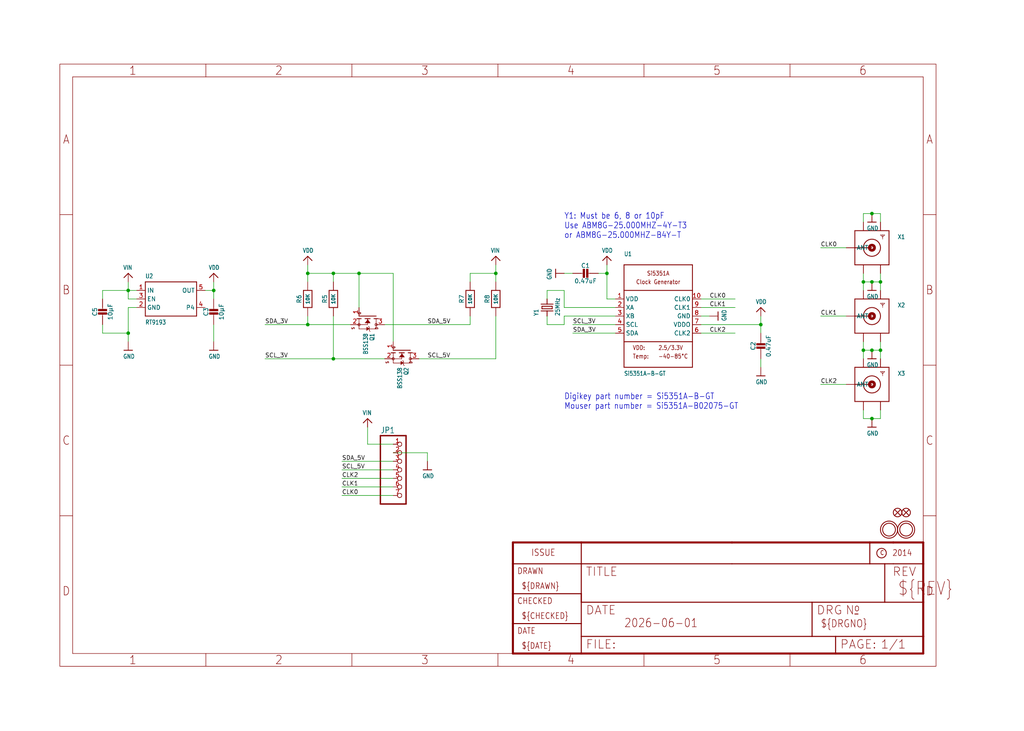
<source format=kicad_sch>
(kicad_sch (version 20230121) (generator eeschema)
  (paper "User" 304.267 217.322)
  (lib_symbols
    (symbol "working-eagle-import:CAP_CERAMIC0805-NOOUTLINE"
      (property "Reference" "C" (at -2.29 1.25 90))
      (symbol "CAP_CERAMIC0805-NOOUTLINE_1_0"
        (rectangle (start -1.27 0.508) (end 1.27 1.016) (fill (type outline)))
        (rectangle (start -1.27 1.524) (end 1.27 2.032) (fill (type outline)))
        (polyline (pts (xy 0 0.762) (xy 0 0)) (stroke (width 0.1524)))
        (polyline (pts (xy 0 2.54) (xy 0 1.778)) (stroke (width 0.1524)))
        (pin passive line (at 0 5.08 270) (length 2.54) (name "1") (number "1"))
        (pin passive line (at 0 -2.54 90) (length 2.54) (name "2") (number "2"))
      )
    )
    (symbol "working-eagle-import:CRYSTAL3.2X2.5"
      (property "Reference" "Y" (at -2.54 2.54 0))
      (symbol "CRYSTAL3.2X2.5_1_0"
        (polyline (pts (xy -2.54 0) (xy -1.016 0)) (stroke (width 0.254)))
        (polyline (pts (xy -1.016 0) (xy -1.016 -1.778)) (stroke (width 0.254)))
        (polyline (pts (xy -1.016 1.778) (xy -1.016 0)) (stroke (width 0.254)))
        (polyline (pts (xy -0.381 -1.524) (xy 0.381 -1.524)) (stroke (width 0.254)))
        (polyline (pts (xy -0.381 1.524) (xy -0.381 -1.524)) (stroke (width 0.254)))
        (polyline (pts (xy 0.381 -1.524) (xy 0.381 1.524)) (stroke (width 0.254)))
        (polyline (pts (xy 0.381 1.524) (xy -0.381 1.524)) (stroke (width 0.254)))
        (polyline (pts (xy 1.016 0) (xy 1.016 -1.778)) (stroke (width 0.254)))
        (polyline (pts (xy 1.016 1.778) (xy 1.016 0)) (stroke (width 0.254)))
        (polyline (pts (xy 2.54 0) (xy 1.016 0)) (stroke (width 0.254)))
        (pin passive line (at -2.54 0 0) (length 0) (name "1") (number "1"))
        (pin passive line (at 2.54 0 180) (length 0) (name "2") (number "2"))
      )
    )
    (symbol "working-eagle-import:FIDUCIAL{dblquote}{dblquote}"
      (symbol "FIDUCIAL{dblquote}{dblquote}_1_0"
        (polyline (pts (xy -0.762 0.762) (xy 0.762 -0.762)) (stroke (width 0.254)))
        (polyline (pts (xy 0.762 0.762) (xy -0.762 -0.762)) (stroke (width 0.254)))
        (circle (center 0 0) (radius 1.27) (stroke (width 0.254)))
      )
    )
    (symbol "working-eagle-import:FRAME_A4"
      (symbol "FRAME_A4_1_0"
        (polyline (pts (xy 0 44.7675) (xy 3.81 44.7675)))
        (polyline (pts (xy 0 89.535) (xy 3.81 89.535)))
        (polyline (pts (xy 0 134.3025) (xy 3.81 134.3025)))
        (polyline (pts (xy 3.81 3.81) (xy 3.81 175.26)))
        (polyline (pts (xy 43.3917 0) (xy 43.3917 3.81)))
        (polyline (pts (xy 43.3917 175.26) (xy 43.3917 179.07)))
        (polyline (pts (xy 86.7833 0) (xy 86.7833 3.81)))
        (polyline (pts (xy 86.7833 175.26) (xy 86.7833 179.07)))
        (polyline (pts (xy 130.175 0) (xy 130.175 3.81)))
        (polyline (pts (xy 130.175 175.26) (xy 130.175 179.07)))
        (polyline (pts (xy 173.5667 0) (xy 173.5667 3.81)))
        (polyline (pts (xy 173.5667 175.26) (xy 173.5667 179.07)))
        (polyline (pts (xy 216.9583 0) (xy 216.9583 3.81)))
        (polyline (pts (xy 216.9583 175.26) (xy 216.9583 179.07)))
        (polyline (pts (xy 256.54 3.81) (xy 3.81 3.81)))
        (polyline (pts (xy 256.54 3.81) (xy 256.54 8.89)) (stroke (width 0.1016)))
        (polyline (pts (xy 256.54 3.81) (xy 256.54 175.26)))
        (polyline (pts (xy 256.54 8.89) (xy 256.54 13.97)) (stroke (width 0.1016)))
        (polyline (pts (xy 256.54 13.97) (xy 256.54 19.05)) (stroke (width 0.1016)))
        (polyline (pts (xy 256.54 19.05) (xy 256.54 36.83)) (stroke (width 0.1016)))
        (polyline (pts (xy 256.54 44.7675) (xy 260.35 44.7675)))
        (polyline (pts (xy 256.54 89.535) (xy 260.35 89.535)))
        (polyline (pts (xy 256.54 134.3025) (xy 260.35 134.3025)))
        (polyline (pts (xy 256.54 175.26) (xy 3.81 175.26)))
        (polyline (pts (xy 0 0) (xy 260.35 0) (xy 260.35 179.07) (xy 0 179.07) (xy 0 0)))
        (text "1" (at 21.6958 1.905 0) (effects (font (size 2.54 2.286))))
        (text "1" (at 21.6958 177.165 0) (effects (font (size 2.54 2.286))))
        (text "2" (at 65.0875 1.905 0) (effects (font (size 2.54 2.286))))
        (text "2" (at 65.0875 177.165 0) (effects (font (size 2.54 2.286))))
        (text "3" (at 108.4792 1.905 0) (effects (font (size 2.54 2.286))))
        (text "3" (at 108.4792 177.165 0) (effects (font (size 2.54 2.286))))
        (text "4" (at 151.8708 1.905 0) (effects (font (size 2.54 2.286))))
        (text "4" (at 151.8708 177.165 0) (effects (font (size 2.54 2.286))))
        (text "5" (at 195.2625 1.905 0) (effects (font (size 2.54 2.286))))
        (text "5" (at 195.2625 177.165 0) (effects (font (size 2.54 2.286))))
        (text "6" (at 238.6542 1.905 0) (effects (font (size 2.54 2.286))))
        (text "6" (at 238.6542 177.165 0) (effects (font (size 2.54 2.286))))
        (text "A" (at 1.905 156.6863 0) (effects (font (size 2.54 2.286))))
        (text "A" (at 258.445 156.6863 0) (effects (font (size 2.54 2.286))))
        (text "B" (at 1.905 111.9188 0) (effects (font (size 2.54 2.286))))
        (text "B" (at 258.445 111.9188 0) (effects (font (size 2.54 2.286))))
        (text "C" (at 1.905 67.1513 0) (effects (font (size 2.54 2.286))))
        (text "C" (at 258.445 67.1513 0) (effects (font (size 2.54 2.286))))
        (text "D" (at 1.905 22.3838 0) (effects (font (size 2.54 2.286))))
        (text "D" (at 258.445 22.3838 0) (effects (font (size 2.54 2.286))))
      )
      (symbol "FRAME_A4_2_0"
        (polyline (pts (xy 0 1.27) (xy 20.32 1.27)) (stroke (width 0.6096)))
        (polyline (pts (xy 0 10.16) (xy 0 1.27)) (stroke (width 0.6096)))
        (polyline (pts (xy 0 10.16) (xy 20.32 10.16)) (stroke (width 0.3048)))
        (polyline (pts (xy 0 19.05) (xy 0 10.16)) (stroke (width 0.6096)))
        (polyline (pts (xy 0 19.05) (xy 20.32 19.05)) (stroke (width 0.3048)))
        (polyline (pts (xy 0 27.94) (xy 0 19.05)) (stroke (width 0.6096)))
        (polyline (pts (xy 0 27.94) (xy 20.32 27.94)) (stroke (width 0.3048)))
        (polyline (pts (xy 0 34.29) (xy 0 27.94)) (stroke (width 0.6096)))
        (polyline (pts (xy 20.32 1.27) (xy 20.32 6.35)) (stroke (width 0.3048)))
        (polyline (pts (xy 20.32 1.27) (xy 95.885 1.27)) (stroke (width 0.6096)))
        (polyline (pts (xy 20.32 6.35) (xy 20.32 10.16)) (stroke (width 0.3048)))
        (polyline (pts (xy 20.32 6.35) (xy 88.9 6.35)) (stroke (width 0.3048)))
        (polyline (pts (xy 20.32 10.16) (xy 20.32 19.05)) (stroke (width 0.3048)))
        (polyline (pts (xy 20.32 16.51) (xy 20.32 19.05)) (stroke (width 0.3048)))
        (polyline (pts (xy 20.32 19.05) (xy 20.32 27.94)) (stroke (width 0.3048)))
        (polyline (pts (xy 20.32 27.94) (xy 20.32 34.29)) (stroke (width 0.3048)))
        (polyline (pts (xy 20.32 27.94) (xy 65.0875 27.94)) (stroke (width 0.3048)))
        (polyline (pts (xy 20.32 34.29) (xy 0 34.29)) (stroke (width 0.6096)))
        (polyline (pts (xy 65.0875 27.94) (xy 106.045 27.94)) (stroke (width 0.3048)))
        (polyline (pts (xy 65.0875 34.29) (xy 20.32 34.29)) (stroke (width 0.6096)))
        (polyline (pts (xy 88.9 6.35) (xy 95.885 6.35)) (stroke (width 0.3048)))
        (polyline (pts (xy 88.9 16.51) (xy 20.32 16.51)) (stroke (width 0.3048)))
        (polyline (pts (xy 88.9 16.51) (xy 88.9 6.35)) (stroke (width 0.3048)))
        (polyline (pts (xy 95.885 1.27) (xy 121.92 1.27)) (stroke (width 0.6096)))
        (polyline (pts (xy 95.885 6.35) (xy 95.885 1.27)) (stroke (width 0.3048)))
        (polyline (pts (xy 95.885 6.35) (xy 121.92 6.35)) (stroke (width 0.3048)))
        (polyline (pts (xy 101.6 13.0175) (xy 102.5525 13.0175)) (stroke (width 0.254)))
        (polyline (pts (xy 106.045 27.94) (xy 106.045 34.29)) (stroke (width 0.3048)))
        (polyline (pts (xy 106.045 27.94) (xy 110.49 27.94)) (stroke (width 0.3048)))
        (polyline (pts (xy 106.045 34.29) (xy 65.0875 34.29)) (stroke (width 0.6096)))
        (polyline (pts (xy 110.49 16.51) (xy 88.9 16.51)) (stroke (width 0.3048)))
        (polyline (pts (xy 110.49 27.94) (xy 110.49 16.51)) (stroke (width 0.3048)))
        (polyline (pts (xy 110.49 27.94) (xy 113.03 27.94)) (stroke (width 0.3048)))
        (polyline (pts (xy 113.03 27.94) (xy 121.92 27.94)) (stroke (width 0.3048)))
        (polyline (pts (xy 113.03 34.29) (xy 106.045 34.29)) (stroke (width 0.6096)))
        (polyline (pts (xy 121.92 6.35) (xy 121.92 1.27)) (stroke (width 0.6096)))
        (polyline (pts (xy 121.92 16.51) (xy 110.49 16.51)) (stroke (width 0.3048)))
        (polyline (pts (xy 121.92 16.51) (xy 121.92 6.35)) (stroke (width 0.6096)))
        (polyline (pts (xy 121.92 27.94) (xy 121.92 16.51)) (stroke (width 0.6096)))
        (polyline (pts (xy 121.92 34.29) (xy 113.03 34.29)) (stroke (width 0.6096)))
        (polyline (pts (xy 121.92 34.29) (xy 121.92 27.94)) (stroke (width 0.6096)))
        (circle (center 109.5375 31.115) (radius 1.4199) (stroke (width 0.254)))
        (text "${#}/${##}" (at 109.22 2.54 0) (effects (font (size 2.54 2.54)) (justify left bottom)))
        (text "${CHECKED}" (at 2.54 11.43 0) (effects (font (size 1.778 1.5113)) (justify left bottom)))
        (text "${COMPANY}" (at 23.6538 29.3687 0) (effects (font (size 3.175 2.6987) (thickness 0.5397) bold) (justify left bottom)))
        (text "${CURRENT_DATE}" (at 33.02 8.89 0) (effects (font (size 2.54 2.159)) (justify left bottom)))
        (text "${DATE}" (at 2.54 2.54 0) (effects (font (size 1.778 1.5113)) (justify left bottom)))
        (text "${DRAWN}" (at 2.54 20.32 0) (effects (font (size 1.778 1.5113)) (justify left bottom)))
        (text "${DRGNO}" (at 91.44 8.89 0) (effects (font (size 2.1844 1.8567)) (justify left bottom)))
        (text "${PROJECTNAME}" (at 33.3375 2.54 0) (effects (font (size 2.54 2.159)) (justify left bottom)))
        (text "${REV}" (at 114.3 18.415 0) (effects (font (size 3.81 3.2385)) (justify left bottom)))
        (text "2014" (at 112.7125 30.1625 0) (effects (font (size 1.778 1.5113)) (justify left bottom)))
        (text "C" (at 109.0612 30.48 0) (effects (font (size 1.27 1.0795)) (justify left bottom)))
        (text "CHECKED" (at 1.27 15.875 0) (effects (font (size 1.778 1.5113)) (justify left bottom)))
        (text "DATE" (at 1.27 6.985 0) (effects (font (size 1.778 1.5113)) (justify left bottom)))
        (text "DATE" (at 21.59 12.7 0) (effects (font (size 2.54 2.54)) (justify left bottom)))
        (text "DRAWN" (at 1.27 24.765 0) (effects (font (size 1.778 1.5113)) (justify left bottom)))
        (text "DRG" (at 90.17 12.7 0) (effects (font (size 2.54 2.54)) (justify left bottom)))
        (text "FILE:" (at 21.59 2.54 0) (effects (font (size 2.54 2.54)) (justify left bottom)))
        (text "ISSUE" (at 5.3975 30.1625 0) (effects (font (size 1.9304 1.6408)) (justify left bottom)))
        (text "N" (at 98.7425 12.7 0) (effects (font (size 2.54 2.54)) (justify left bottom)))
        (text "o" (at 101.2825 13.6525 0) (effects (font (size 2.1844 1.8567)) (justify left bottom)))
        (text "PAGE:" (at 97.155 2.54 0) (effects (font (size 2.54 2.54)) (justify left bottom)))
        (text "REV" (at 112.7125 24.13 0) (effects (font (size 2.54 2.54)) (justify left bottom)))
        (text "TITLE" (at 21.59 24.13 0) (effects (font (size 2.54 2.54)) (justify left bottom)))
      )
    )
    (symbol "working-eagle-import:GND" (power)
      (property "Value" "GND" (at -1.524 -2.54 0))
      (symbol "GND_1_0"
        (polyline (pts (xy -1.27 0) (xy 1.27 0)) (stroke (width 0.254)))
        (pin power_in line (at 0 2.54 270) (length 2.54) (name "GND") (number "1"))
      )
    )
    (symbol "working-eagle-import:HEADER-1X7THICKER"
      (property "Reference" "JP" (at -6.35 10.795 0))
      (symbol "HEADER-1X7THICKER_1_0"
        (polyline (pts (xy -6.35 -10.16) (xy 1.27 -10.16)) (stroke (width 0.4064)))
        (polyline (pts (xy -6.35 10.16) (xy -6.35 -10.16)) (stroke (width 0.4064)))
        (polyline (pts (xy 1.27 -10.16) (xy 1.27 10.16)) (stroke (width 0.4064)))
        (polyline (pts (xy 1.27 10.16) (xy -6.35 10.16)) (stroke (width 0.4064)))
        (pin passive inverted (at -2.54 7.62 0) (length 2.54) (name "1") (number "1"))
        (pin passive inverted (at -2.54 5.08 0) (length 2.54) (name "2") (number "2"))
        (pin passive inverted (at -2.54 2.54 0) (length 2.54) (name "3") (number "3"))
        (pin passive inverted (at -2.54 0 0) (length 2.54) (name "4") (number "4"))
        (pin passive inverted (at -2.54 -2.54 0) (length 2.54) (name "5") (number "5"))
        (pin passive inverted (at -2.54 -5.08 0) (length 2.54) (name "6") (number "6"))
        (pin passive inverted (at -2.54 -7.62 0) (length 2.54) (name "7") (number "7"))
      )
    )
    (symbol "working-eagle-import:MOSFET-NWIDE"
      (property "Reference" "Q" (at 5.08 0.635 0))
      (symbol "MOSFET-NWIDE_1_0"
        (polyline (pts (xy 0 2.54) (xy 0 -2.54)) (stroke (width 0.254)))
        (polyline (pts (xy 0.762 -2.54) (xy 0.762 -3.175)) (stroke (width 0.254)))
        (polyline (pts (xy 0.762 -1.905) (xy 0.762 -2.54)) (stroke (width 0.254)))
        (polyline (pts (xy 0.762 0) (xy 0.762 -0.762)) (stroke (width 0.254)))
        (polyline (pts (xy 0.762 0) (xy 2.54 0)) (stroke (width 0.1524)))
        (polyline (pts (xy 0.762 0.762) (xy 0.762 0)) (stroke (width 0.254)))
        (polyline (pts (xy 0.762 2.54) (xy 0.762 1.905)) (stroke (width 0.254)))
        (polyline (pts (xy 0.762 2.54) (xy 3.81 2.54)) (stroke (width 0.1524)))
        (polyline (pts (xy 0.762 3.175) (xy 0.762 2.54)) (stroke (width 0.254)))
        (polyline (pts (xy 2.54 -2.54) (xy 0.762 -2.54)) (stroke (width 0.1524)))
        (polyline (pts (xy 2.54 -2.54) (xy 3.81 -2.54)) (stroke (width 0.1524)))
        (polyline (pts (xy 2.54 0) (xy 2.54 -2.54)) (stroke (width 0.1524)))
        (polyline (pts (xy 3.302 0.508) (xy 3.048 0.254)) (stroke (width 0.1524)))
        (polyline (pts (xy 3.81 0.508) (xy 3.302 0.508)) (stroke (width 0.1524)))
        (polyline (pts (xy 3.81 0.508) (xy 3.81 -2.54)) (stroke (width 0.1524)))
        (polyline (pts (xy 3.81 2.54) (xy 3.81 0.508)) (stroke (width 0.1524)))
        (polyline (pts (xy 4.318 0.508) (xy 3.81 0.508)) (stroke (width 0.1524)))
        (polyline (pts (xy 4.572 0.762) (xy 4.318 0.508)) (stroke (width 0.1524)))
        (polyline (pts (xy 1.016 0) (xy 2.032 0.762) (xy 2.032 -0.762)) (stroke (width 0.1524)) (fill (type outline)))
        (polyline (pts (xy 3.81 0.508) (xy 3.302 -0.254) (xy 4.318 -0.254)) (stroke (width 0.1524)) (fill (type outline)))
        (circle (center 2.54 -2.54) (radius 0.3592))
        (circle (center 2.54 2.54) (radius 0.3592))
        (text "D" (at 3.175 3.175 0) (effects (font (size 0.8128 0.6908)) (justify left bottom)))
        (text "G" (at -1.27 -1.905 0) (effects (font (size 0.8128 0.6908)) (justify left bottom)))
        (text "S" (at 3.175 -3.81 0) (effects (font (size 0.8128 0.6908)) (justify left bottom)))
        (pin bidirectional line (at -2.54 -2.54 0) (length 2.54) (name "G") (number "1"))
        (pin bidirectional line (at 2.54 -5.08 90) (length 2.54) (name "S") (number "2"))
        (pin bidirectional line (at 2.54 5.08 270) (length 2.54) (name "D") (number "3"))
      )
    )
    (symbol "working-eagle-import:MOUNTINGHOLE2.5"
      (symbol "MOUNTINGHOLE2.5_1_0"
        (circle (center 0 0) (radius 1.905) (stroke (width 0.254)))
        (circle (center 0 0) (radius 2.54) (stroke (width 0.254)))
      )
    )
    (symbol "working-eagle-import:RESISTOR0805_NOOUTLINE"
      (property "Reference" "R" (at 0 2.54 0))
      (symbol "RESISTOR0805_NOOUTLINE_1_0"
        (polyline (pts (xy -2.54 -1.27) (xy -2.54 1.27)) (stroke (width 0.254)))
        (polyline (pts (xy -2.54 1.27) (xy 2.54 1.27)) (stroke (width 0.254)))
        (polyline (pts (xy 2.54 -1.27) (xy -2.54 -1.27)) (stroke (width 0.254)))
        (polyline (pts (xy 2.54 1.27) (xy 2.54 -1.27)) (stroke (width 0.254)))
        (pin passive line (at -5.08 0 0) (length 2.54) (name "1") (number "1"))
        (pin passive line (at 5.08 0 180) (length 2.54) (name "2") (number "2"))
      )
    )
    (symbol "working-eagle-import:SI5351A"
      (property "Reference" "U" (at -10.16 17.78 0))
      (symbol "SI5351A_1_0"
        (polyline (pts (xy -10.16 -15.24) (xy 10.16 -15.24)) (stroke (width 0.254)))
        (polyline (pts (xy -10.16 -7.62) (xy -10.16 -15.24)) (stroke (width 0.254)))
        (polyline (pts (xy -10.16 -7.62) (xy -10.16 7.62)) (stroke (width 0.254)))
        (polyline (pts (xy -10.16 7.62) (xy -10.16 15.24)) (stroke (width 0.254)))
        (polyline (pts (xy -10.16 7.62) (xy 10.16 7.62)) (stroke (width 0.254)))
        (polyline (pts (xy -10.16 15.24) (xy 10.16 15.24)) (stroke (width 0.254)))
        (polyline (pts (xy 10.16 -15.24) (xy 10.16 -7.62)) (stroke (width 0.254)))
        (polyline (pts (xy 10.16 -7.62) (xy -10.16 -7.62)) (stroke (width 0.254)))
        (polyline (pts (xy 10.16 7.62) (xy 10.16 -7.62)) (stroke (width 0.254)))
        (polyline (pts (xy 10.16 15.24) (xy 10.16 7.62)) (stroke (width 0.254)))
        (text "-40-85°C" (at 0 -12.7 0) (effects (font (size 1.27 1.0795)) (justify left bottom)))
        (text "2.5/3.3V" (at 0 -10.16 0) (effects (font (size 1.27 1.0795)) (justify left bottom)))
        (text "Clock Generator" (at 0 10.16 0) (effects (font (size 1.27 1.0795))))
        (text "Si5351A" (at 0 12.7 0) (effects (font (size 1.27 1.0795))))
        (text "Temp:" (at -7.62 -12.7 0) (effects (font (size 1.27 1.0795)) (justify left bottom)))
        (text "VDD:" (at -7.62 -10.16 0) (effects (font (size 1.27 1.0795)) (justify left bottom)))
        (pin power_in line (at -12.7 5.08 0) (length 2.54) (name "VDD") (number "1"))
        (pin output line (at 12.7 5.08 180) (length 2.54) (name "CLK0") (number "10"))
        (pin input line (at -12.7 2.54 0) (length 2.54) (name "XA") (number "2"))
        (pin input line (at -12.7 0 0) (length 2.54) (name "XB") (number "3"))
        (pin input line (at -12.7 -2.54 0) (length 2.54) (name "SCL") (number "4"))
        (pin bidirectional line (at -12.7 -5.08 0) (length 2.54) (name "SDA") (number "5"))
        (pin output line (at 12.7 -5.08 180) (length 2.54) (name "CLK2") (number "6"))
        (pin power_in line (at 12.7 -2.54 180) (length 2.54) (name "VDDO") (number "7"))
        (pin power_in line (at 12.7 0 180) (length 2.54) (name "GND") (number "8"))
        (pin output line (at 12.7 2.54 180) (length 2.54) (name "CLK1") (number "9"))
      )
    )
    (symbol "working-eagle-import:SMACONNECTOR_EDGE"
      (property "Reference" "X" (at 7.62 2.54 0))
      (symbol "SMACONNECTOR_EDGE_1_0"
        (polyline (pts (xy -5.08 -5.08) (xy -5.08 0)) (stroke (width 0.254)))
        (polyline (pts (xy -5.08 0) (xy -5.08 5.08)) (stroke (width 0.254)))
        (polyline (pts (xy -5.08 0) (xy 0 0)) (stroke (width 0.254)))
        (polyline (pts (xy -5.08 5.08) (xy 5.08 5.08)) (stroke (width 0.254)))
        (polyline (pts (xy 2.54 3.81) (xy 3.175 3.81)) (stroke (width 0.127)))
        (polyline (pts (xy 3.175 3.175) (xy 2.54 3.81)) (stroke (width 0.127)))
        (polyline (pts (xy 3.175 3.81) (xy 3.175 2.54)) (stroke (width 0.127)))
        (polyline (pts (xy 3.175 3.81) (xy 3.81 3.81)) (stroke (width 0.127)))
        (polyline (pts (xy 3.81 3.81) (xy 3.175 3.175)) (stroke (width 0.127)))
        (polyline (pts (xy 5.08 -5.08) (xy -5.08 -5.08)) (stroke (width 0.254)))
        (polyline (pts (xy 5.08 5.08) (xy 5.08 -5.08)) (stroke (width 0.254)))
        (circle (center 0 0) (radius 0.3592) (stroke (width 0.8128)))
        (circle (center 0 0) (radius 2.54) (stroke (width 0.254)))
        (pin power_in line (at 2.54 -7.62 90) (length 2.54) (name "GND4") (number "GND@1"))
        (pin power_in line (at -2.54 -7.62 90) (length 2.54) (name "GND3") (number "GND@2"))
        (pin power_in line (at 2.54 7.62 270) (length 2.54) (name "GND2") (number "GND@3"))
        (pin power_in line (at -2.54 7.62 270) (length 2.54) (name "GND1") (number "GND@4"))
        (pin bidirectional line (at -7.62 0 0) (length 2.54) (name "ANT") (number "P"))
      )
    )
    (symbol "working-eagle-import:VDD" (power)
      (property "Value" "VDD" (at -1.524 1.016 0))
      (symbol "VDD_1_0"
        (polyline (pts (xy -1.27 -1.27) (xy 0 0)) (stroke (width 0.254)))
        (polyline (pts (xy 0 0) (xy 1.27 -1.27)) (stroke (width 0.254)))
        (pin power_in line (at 0 -2.54 90) (length 2.54) (name "VDD") (number "1"))
      )
    )
    (symbol "working-eagle-import:VIN" (power)
      (property "Value" "VIN" (at -1.524 1.016 0))
      (symbol "VIN_1_0"
        (polyline (pts (xy -1.27 -1.27) (xy 0 0)) (stroke (width 0.254)))
        (polyline (pts (xy 0 0) (xy 1.27 -1.27)) (stroke (width 0.254)))
        (pin power_in line (at 0 -2.54 90) (length 2.54) (name "VIN") (number "1"))
      )
    )
    (symbol "working-eagle-import:VREG_SOT23-5"
      (property "Reference" "U" (at -7.62 6.096 0))
      (symbol "VREG_SOT23-5_1_0"
        (polyline (pts (xy -7.62 -5.08) (xy -7.62 5.08)) (stroke (width 0.254)))
        (polyline (pts (xy -7.62 5.08) (xy 7.62 5.08)) (stroke (width 0.254)))
        (polyline (pts (xy 7.62 -5.08) (xy -7.62 -5.08)) (stroke (width 0.254)))
        (polyline (pts (xy 7.62 5.08) (xy 7.62 -5.08)) (stroke (width 0.254)))
        (pin power_in line (at -10.16 2.54 0) (length 2.54) (name "IN") (number "1"))
        (pin power_in line (at -10.16 -2.54 0) (length 2.54) (name "GND") (number "2"))
        (pin input line (at -10.16 0 0) (length 2.54) (name "EN") (number "3"))
        (pin bidirectional line (at 10.16 -2.54 180) (length 2.54) (name "P4") (number "4"))
        (pin power_in line (at 10.16 2.54 180) (length 2.54) (name "OUT") (number "5"))
      )
    )
  )
  (junction (at 259.08 63.5))
  (junction (at 38.1 99.06))
  (junction (at 256.54 83.82))
  (junction (at 106.68 81.28))
  (junction (at 226.06 96.52))
  (junction (at 256.54 104.14))
  (junction (at 38.1 86.36))
  (junction (at 91.44 96.52))
  (junction (at 63.5 86.36))
  (junction (at 91.44 81.28))
  (junction (at 99.06 81.28))
  (junction (at 261.62 83.82))
  (junction (at 147.32 81.28))
  (junction (at 259.08 124.46))
  (junction (at 259.08 83.82))
  (junction (at 180.34 81.28))
  (junction (at 259.08 104.14))
  (junction (at 261.62 104.14))
  (junction (at 99.06 106.68))
  (wire (pts (xy 182.88 88.9) (xy 180.34 88.9)) (stroke (width 0.1524)))
  (wire (pts (xy 147.32 81.28) (xy 147.32 78.74)) (stroke (width 0.1524)))
  (wire (pts (xy 147.32 83.82) (xy 147.32 81.28)) (stroke (width 0.1524)))
  (wire (pts (xy 116.84 101.6) (xy 116.84 81.28)) (stroke (width 0.1524)))
  (wire (pts (xy 91.44 83.82) (xy 91.44 81.28)) (stroke (width 0.1524)))
  (wire (pts (xy 106.68 91.44) (xy 106.68 81.28)) (stroke (width 0.1524)))
  (wire (pts (xy 63.5 96.52) (xy 63.5 101.6)) (stroke (width 0.1524)))
  (wire (pts (xy 261.62 66.04) (xy 261.62 63.5)) (stroke (width 0.1524)))
  (wire (pts (xy 261.62 121.92) (xy 261.62 124.46)) (stroke (width 0.1524)))
  (wire (pts (xy 261.62 124.46) (xy 259.08 124.46)) (stroke (width 0.1524)))
  (wire (pts (xy 259.08 104.14) (xy 261.62 104.14)) (stroke (width 0.1524)))
  (wire (pts (xy 60.96 86.36) (xy 63.5 86.36)) (stroke (width 0.1524)))
  (wire (pts (xy 208.28 96.52) (xy 226.06 96.52)) (stroke (width 0.1524)))
  (wire (pts (xy 226.06 106.68) (xy 226.06 109.22)) (stroke (width 0.1524)))
  (wire (pts (xy 38.1 86.36) (xy 38.1 83.82)) (stroke (width 0.1524)))
  (wire (pts (xy 91.44 93.98) (xy 91.44 96.52)) (stroke (width 0.1524)))
  (wire (pts (xy 251.46 93.98) (xy 243.84 93.98)) (stroke (width 0.1524)))
  (wire (pts (xy 63.5 86.36) (xy 63.5 83.82)) (stroke (width 0.1524)))
  (wire (pts (xy 256.54 81.28) (xy 256.54 83.82)) (stroke (width 0.1524)))
  (wire (pts (xy 99.06 83.82) (xy 99.06 81.28)) (stroke (width 0.1524)))
  (wire (pts (xy 116.84 144.78) (xy 101.6 144.78)) (stroke (width 0.1524)))
  (wire (pts (xy 256.54 121.92) (xy 256.54 124.46)) (stroke (width 0.1524)))
  (wire (pts (xy 40.64 88.9) (xy 38.1 88.9)) (stroke (width 0.1524)))
  (wire (pts (xy 109.22 132.08) (xy 109.22 127)) (stroke (width 0.1524)))
  (wire (pts (xy 38.1 99.06) (xy 30.48 99.06)) (stroke (width 0.1524)))
  (wire (pts (xy 114.3 96.52) (xy 139.7 96.52)) (stroke (width 0.1524)))
  (wire (pts (xy 127 134.62) (xy 127 137.16)) (stroke (width 0.1524)))
  (wire (pts (xy 256.54 66.04) (xy 256.54 63.5)) (stroke (width 0.1524)))
  (wire (pts (xy 116.84 147.32) (xy 101.6 147.32)) (stroke (width 0.1524)))
  (wire (pts (xy 101.6 139.7) (xy 116.84 139.7)) (stroke (width 0.1524)))
  (wire (pts (xy 261.62 83.82) (xy 261.62 86.36)) (stroke (width 0.1524)))
  (wire (pts (xy 182.88 96.52) (xy 170.18 96.52)) (stroke (width 0.1524)))
  (wire (pts (xy 170.18 81.28) (xy 167.64 81.28)) (stroke (width 0.1524)))
  (wire (pts (xy 40.64 91.44) (xy 38.1 91.44)) (stroke (width 0.1524)))
  (wire (pts (xy 256.54 104.14) (xy 259.08 104.14)) (stroke (width 0.1524)))
  (wire (pts (xy 139.7 83.82) (xy 139.7 81.28)) (stroke (width 0.1524)))
  (wire (pts (xy 208.28 99.06) (xy 218.44 99.06)) (stroke (width 0.1524)))
  (wire (pts (xy 99.06 81.28) (xy 91.44 81.28)) (stroke (width 0.1524)))
  (wire (pts (xy 99.06 93.98) (xy 99.06 106.68)) (stroke (width 0.1524)))
  (wire (pts (xy 256.54 124.46) (xy 259.08 124.46)) (stroke (width 0.1524)))
  (wire (pts (xy 38.1 91.44) (xy 38.1 99.06)) (stroke (width 0.1524)))
  (wire (pts (xy 208.28 88.9) (xy 218.44 88.9)) (stroke (width 0.1524)))
  (wire (pts (xy 208.28 91.44) (xy 218.44 91.44)) (stroke (width 0.1524)))
  (wire (pts (xy 182.88 99.06) (xy 170.18 99.06)) (stroke (width 0.1524)))
  (wire (pts (xy 162.56 96.52) (xy 162.56 93.98)) (stroke (width 0.1524)))
  (wire (pts (xy 91.44 96.52) (xy 78.74 96.52)) (stroke (width 0.1524)))
  (wire (pts (xy 261.62 63.5) (xy 259.08 63.5)) (stroke (width 0.1524)))
  (wire (pts (xy 177.8 81.28) (xy 180.34 81.28)) (stroke (width 0.1524)))
  (wire (pts (xy 162.56 86.36) (xy 162.56 88.9)) (stroke (width 0.1524)))
  (wire (pts (xy 167.64 86.36) (xy 162.56 86.36)) (stroke (width 0.1524)))
  (wire (pts (xy 99.06 106.68) (xy 78.74 106.68)) (stroke (width 0.1524)))
  (wire (pts (xy 139.7 96.52) (xy 139.7 93.98)) (stroke (width 0.1524)))
  (wire (pts (xy 116.84 134.62) (xy 127 134.62)) (stroke (width 0.1524)))
  (wire (pts (xy 251.46 73.66) (xy 243.84 73.66)) (stroke (width 0.1524)))
  (wire (pts (xy 124.46 106.68) (xy 147.32 106.68)) (stroke (width 0.1524)))
  (wire (pts (xy 30.48 99.06) (xy 30.48 96.52)) (stroke (width 0.1524)))
  (wire (pts (xy 139.7 81.28) (xy 147.32 81.28)) (stroke (width 0.1524)))
  (wire (pts (xy 261.62 81.28) (xy 261.62 83.82)) (stroke (width 0.1524)))
  (wire (pts (xy 256.54 63.5) (xy 259.08 63.5)) (stroke (width 0.1524)))
  (wire (pts (xy 101.6 137.16) (xy 116.84 137.16)) (stroke (width 0.1524)))
  (wire (pts (xy 106.68 81.28) (xy 99.06 81.28)) (stroke (width 0.1524)))
  (wire (pts (xy 91.44 81.28) (xy 91.44 78.74)) (stroke (width 0.1524)))
  (wire (pts (xy 182.88 91.44) (xy 167.64 91.44)) (stroke (width 0.1524)))
  (wire (pts (xy 116.84 81.28) (xy 106.68 81.28)) (stroke (width 0.1524)))
  (wire (pts (xy 116.84 142.24) (xy 101.6 142.24)) (stroke (width 0.1524)))
  (wire (pts (xy 167.64 96.52) (xy 162.56 96.52)) (stroke (width 0.1524)))
  (wire (pts (xy 261.62 104.14) (xy 261.62 106.68)) (stroke (width 0.1524)))
  (wire (pts (xy 38.1 88.9) (xy 38.1 86.36)) (stroke (width 0.1524)))
  (wire (pts (xy 256.54 106.68) (xy 256.54 104.14)) (stroke (width 0.1524)))
  (wire (pts (xy 180.34 81.28) (xy 180.34 78.74)) (stroke (width 0.1524)))
  (wire (pts (xy 63.5 86.36) (xy 63.5 88.9)) (stroke (width 0.1524)))
  (wire (pts (xy 180.34 88.9) (xy 180.34 81.28)) (stroke (width 0.1524)))
  (wire (pts (xy 256.54 101.6) (xy 256.54 104.14)) (stroke (width 0.1524)))
  (wire (pts (xy 167.64 91.44) (xy 167.64 86.36)) (stroke (width 0.1524)))
  (wire (pts (xy 147.32 106.68) (xy 147.32 93.98)) (stroke (width 0.1524)))
  (wire (pts (xy 182.88 93.98) (xy 167.64 93.98)) (stroke (width 0.1524)))
  (wire (pts (xy 259.08 83.82) (xy 256.54 83.82)) (stroke (width 0.1524)))
  (wire (pts (xy 261.62 101.6) (xy 261.62 104.14)) (stroke (width 0.1524)))
  (wire (pts (xy 30.48 86.36) (xy 30.48 88.9)) (stroke (width 0.1524)))
  (wire (pts (xy 167.64 93.98) (xy 167.64 96.52)) (stroke (width 0.1524)))
  (wire (pts (xy 226.06 96.52) (xy 226.06 99.06)) (stroke (width 0.1524)))
  (wire (pts (xy 259.08 83.82) (xy 261.62 83.82)) (stroke (width 0.1524)))
  (wire (pts (xy 208.28 93.98) (xy 210.82 93.98)) (stroke (width 0.1524)))
  (wire (pts (xy 40.64 86.36) (xy 38.1 86.36)) (stroke (width 0.1524)))
  (wire (pts (xy 226.06 96.52) (xy 226.06 93.98)) (stroke (width 0.1524)))
  (wire (pts (xy 38.1 99.06) (xy 38.1 101.6)) (stroke (width 0.1524)))
  (wire (pts (xy 256.54 83.82) (xy 256.54 86.36)) (stroke (width 0.1524)))
  (wire (pts (xy 116.84 132.08) (xy 109.22 132.08)) (stroke (width 0.1524)))
  (wire (pts (xy 114.3 106.68) (xy 99.06 106.68)) (stroke (width 0.1524)))
  (wire (pts (xy 104.14 96.52) (xy 91.44 96.52)) (stroke (width 0.1524)))
  (wire (pts (xy 251.46 114.3) (xy 243.84 114.3)) (stroke (width 0.1524)))
  (wire (pts (xy 38.1 86.36) (xy 30.48 86.36)) (stroke (width 0.1524)))
  (text "Digikey part number = Si5351A-B-GT\nMouser part number = Si5351A-B02075-GT" (at 167.64 121.92 0) (effects (font (size 1.778 1.5113)) (justify left bottom)))
  (text "Y1: Must be 6, 8 or 10pF\nUse ABM8G-25.000MHZ-4Y-T3\nor ABM8G-25.000MHZ-B4Y-T" (at 167.64 71.12 0) (effects (font (size 1.778 1.5113)) (justify left bottom)))
  (label "CLK2" (at 210.82 99.06 0) (effects (font (size 1.2446 1.2446))))
  (label "CLK1" (at 243.84 93.98 0) (effects (font (size 1.2446 1.2446))))
  (label "CLK0" (at 101.6 147.32 0) (effects (font (size 1.2446 1.2446))))
  (label "CLK1" (at 210.82 91.44 0) (effects (font (size 1.2446 1.2446))))
  (label "CLK2" (at 243.84 114.3 0) (effects (font (size 1.2446 1.2446))))
  (label "SDA_3V" (at 78.74 96.52 0) (effects (font (size 1.2446 1.2446))))
  (label "CLK1" (at 101.6 144.78 0) (effects (font (size 1.2446 1.2446))))
  (label "SCL_3V" (at 78.74 106.68 0) (effects (font (size 1.2446 1.2446))))
  (label "CLK0" (at 243.84 73.66 0) (effects (font (size 1.2446 1.2446))))
  (label "SDA_3V" (at 170.18 99.06 0) (effects (font (size 1.2446 1.2446))))
  (label "CLK0" (at 210.82 88.9 0) (effects (font (size 1.2446 1.2446))))
  (label "SCL_5V" (at 101.6 139.7 0) (effects (font (size 1.2446 1.2446))))
  (label "SDA_5V" (at 101.6 137.16 0) (effects (font (size 1.2446 1.2446))))
  (label "SCL_3V" (at 170.18 96.52 0) (effects (font (size 1.2446 1.2446))))
  (label "SDA_5V" (at 127 96.52 0) (effects (font (size 1.2446 1.2446))))
  (label "CLK2" (at 101.6 142.24 0) (effects (font (size 1.2446 1.2446))))
  (label "SCL_5V" (at 127 106.68 0) (effects (font (size 1.2446 1.2446))))
  (symbol (lib_id "working-eagle-import:SI5351A") (at 195.58 93.98 0) (unit 1)
    (property "Reference" "U1" (at 185.42 76.2 0) (effects (font (size 1.27 1.0795)) (justify left bottom)))
    (property "Value" "Si5351A-B-GT" (at 185.42 111.76 0) (effects (font (size 1.27 1.0795)) (justify left bottom)))
    (property "Footprint" "working:MSOP10" (effects hide))
  )
  (symbol (lib_id "working-eagle-import:CAP_CERAMIC0805-NOOUTLINE") (at 226.06 104.14 0) (unit 1)
    (property "Reference" "C2" (at 223.77 102.89 90))
    (property "Value" "0.47uF" (at 228.36 102.89 90))
    (property "Footprint" "working:0805-NO" (effects hide))
  )
  (symbol (lib_id "working-eagle-import:VREG_SOT23-5") (at 50.8 88.9 0) (unit 1)
    (property "Reference" "U2" (at 43.18 82.804 0) (effects (font (size 1.27 1.0795)) (justify left bottom)))
    (property "Value" "RT9193" (at 43.18 96.52 0) (effects (font (size 1.27 1.0795)) (justify left bottom)))
    (property "Footprint" "working:SOT23-5" (effects hide))
  )
  (symbol (lib_id "working-eagle-import:MOUNTINGHOLE2.5") (at 269.24 157.48 0) (unit 1)
    (property "Reference" "U$10" (effects hide))
    (property "Value" "MOUNTINGHOLE2.5" (effects hide))
    (property "Footprint" "working:MOUNTINGHOLE_2.5_PLATED" (effects hide))
  )
  (symbol (lib_id "working-eagle-import:VIN") (at 147.32 76.2 0) (unit 1)
    (property "Reference" "#U$15" (effects hide))
    (property "Value" "VIN" (at 145.796 75.184 0) (effects (font (size 1.27 1.0795)) (justify left bottom)))
  )
  (symbol (lib_id "working-eagle-import:FIDUCIAL{dblquote}{dblquote}") (at 269.24 152.4 0) (unit 1)
    (property "Reference" "FID1" (effects hide))
    (property "Value" "FIDUCIAL{dblquote}{dblquote}" (effects hide))
    (property "Footprint" "working:FIDUCIAL_1MM" (effects hide))
  )
  (symbol (lib_id "working-eagle-import:RESISTOR0805_NOOUTLINE") (at 91.44 88.9 90) (unit 1)
    (property "Reference" "R6" (at 88.9 88.9 0))
    (property "Value" "10K" (at 91.44 88.9 0) (effects (font (size 1.016 1.016) bold)))
    (property "Footprint" "working:0805-NO" (effects hide))
  )
  (symbol (lib_id "working-eagle-import:RESISTOR0805_NOOUTLINE") (at 139.7 88.9 90) (unit 1)
    (property "Reference" "R7" (at 137.16 88.9 0))
    (property "Value" "10K" (at 139.7 88.9 0) (effects (font (size 1.016 1.016) bold)))
    (property "Footprint" "working:0805-NO" (effects hide))
  )
  (symbol (lib_id "working-eagle-import:VDD") (at 226.06 91.44 0) (unit 1)
    (property "Reference" "#U$1" (effects hide))
    (property "Value" "VDD" (at 224.536 90.424 0) (effects (font (size 1.27 1.0795)) (justify left bottom)))
  )
  (symbol (lib_id "working-eagle-import:SMACONNECTOR_EDGE") (at 259.08 73.66 0) (unit 1)
    (property "Reference" "X1" (at 266.7 71.12 0) (effects (font (size 1.27 1.0795)) (justify left bottom)))
    (property "Value" "SMACONNECTOR_EDGE" (effects hide))
    (property "Footprint" "working:SMA_EDGELAUNCH" (effects hide))
  )
  (symbol (lib_id "working-eagle-import:MOSFET-NWIDE") (at 109.22 93.98 270) (unit 1)
    (property "Reference" "Q1" (at 109.855 99.06 0) (effects (font (size 1.27 1.0795)) (justify left bottom)))
    (property "Value" "BSS138" (at 107.95 99.06 0) (effects (font (size 1.27 1.0795)) (justify left bottom)))
    (property "Footprint" "working:SOT23-WIDE" (effects hide))
  )
  (symbol (lib_id "working-eagle-import:GND") (at 259.08 66.04 0) (unit 1)
    (property "Reference" "#U$9" (effects hide))
    (property "Value" "GND" (at 257.556 68.58 0) (effects (font (size 1.27 1.0795)) (justify left bottom)))
  )
  (symbol (lib_id "working-eagle-import:GND") (at 63.5 104.14 0) (unit 1)
    (property "Reference" "#U$2" (effects hide))
    (property "Value" "GND" (at 61.976 106.68 0) (effects (font (size 1.27 1.0795)) (justify left bottom)))
  )
  (symbol (lib_id "working-eagle-import:GND") (at 165.1 81.28 270) (unit 1)
    (property "Reference" "#U$4" (effects hide))
    (property "Value" "GND" (at 162.56 79.756 0) (effects (font (size 1.27 1.0795)) (justify left bottom)))
  )
  (symbol (lib_id "working-eagle-import:MOUNTINGHOLE2.5") (at 264.16 157.48 0) (unit 1)
    (property "Reference" "U$11" (effects hide))
    (property "Value" "MOUNTINGHOLE2.5" (effects hide))
    (property "Footprint" "working:MOUNTINGHOLE_2.5_PLATED" (effects hide))
  )
  (symbol (lib_id "working-eagle-import:VDD") (at 180.34 76.2 0) (unit 1)
    (property "Reference" "#U$19" (effects hide))
    (property "Value" "VDD" (at 178.816 75.184 0) (effects (font (size 1.27 1.0795)) (justify left bottom)))
  )
  (symbol (lib_id "working-eagle-import:GND") (at 38.1 104.14 0) (unit 1)
    (property "Reference" "#U$17" (effects hide))
    (property "Value" "GND" (at 36.576 106.68 0) (effects (font (size 1.27 1.0795)) (justify left bottom)))
  )
  (symbol (lib_id "working-eagle-import:VDD") (at 63.5 81.28 0) (unit 1)
    (property "Reference" "#U$18" (effects hide))
    (property "Value" "VDD" (at 61.976 80.264 0) (effects (font (size 1.27 1.0795)) (justify left bottom)))
  )
  (symbol (lib_id "working-eagle-import:HEADER-1X7THICKER") (at 119.38 139.7 0) (unit 1)
    (property "Reference" "JP1" (at 113.03 128.905 0) (effects (font (size 1.778 1.5113)) (justify left bottom)))
    (property "Value" "HEADER-1X7THICKER" (effects hide))
    (property "Footprint" "working:1X07_ROUND_76" (effects hide))
  )
  (symbol (lib_id "working-eagle-import:GND") (at 259.08 86.36 0) (unit 1)
    (property "Reference" "#U$8" (effects hide))
    (property "Value" "GND" (at 257.556 88.9 0) (effects (font (size 1.27 1.0795)) (justify left bottom)))
  )
  (symbol (lib_id "working-eagle-import:FIDUCIAL{dblquote}{dblquote}") (at 266.7 152.4 0) (unit 1)
    (property "Reference" "FID2" (effects hide))
    (property "Value" "FIDUCIAL{dblquote}{dblquote}" (effects hide))
    (property "Footprint" "working:FIDUCIAL_1MM" (effects hide))
  )
  (symbol (lib_id "working-eagle-import:RESISTOR0805_NOOUTLINE") (at 147.32 88.9 90) (unit 1)
    (property "Reference" "R8" (at 144.78 88.9 0))
    (property "Value" "10K" (at 147.32 88.9 0) (effects (font (size 1.016 1.016) bold)))
    (property "Footprint" "working:0805-NO" (effects hide))
  )
  (symbol (lib_id "working-eagle-import:GND") (at 213.36 93.98 90) (unit 1)
    (property "Reference" "#U$3" (effects hide))
    (property "Value" "GND" (at 215.9 95.504 0) (effects (font (size 1.27 1.0795)) (justify left bottom)))
  )
  (symbol (lib_id "working-eagle-import:GND") (at 226.06 111.76 0) (unit 1)
    (property "Reference" "#U$5" (effects hide))
    (property "Value" "GND" (at 224.536 114.3 0) (effects (font (size 1.27 1.0795)) (justify left bottom)))
  )
  (symbol (lib_id "working-eagle-import:MOSFET-NWIDE") (at 119.38 104.14 270) (unit 1)
    (property "Reference" "Q2" (at 120.015 109.22 0) (effects (font (size 1.27 1.0795)) (justify left bottom)))
    (property "Value" "BSS138" (at 118.11 109.22 0) (effects (font (size 1.27 1.0795)) (justify left bottom)))
    (property "Footprint" "working:SOT23-WIDE" (effects hide))
  )
  (symbol (lib_id "working-eagle-import:VDD") (at 91.44 76.2 0) (unit 1)
    (property "Reference" "#U$14" (effects hide))
    (property "Value" "VDD" (at 89.916 75.184 0) (effects (font (size 1.27 1.0795)) (justify left bottom)))
  )
  (symbol (lib_id "working-eagle-import:GND") (at 127 139.7 0) (unit 1)
    (property "Reference" "#U$21" (effects hide))
    (property "Value" "GND" (at 125.476 142.24 0) (effects (font (size 1.27 1.0795)) (justify left bottom)))
  )
  (symbol (lib_id "working-eagle-import:SMACONNECTOR_EDGE") (at 259.08 93.98 0) (unit 1)
    (property "Reference" "X2" (at 266.7 91.44 0) (effects (font (size 1.27 1.0795)) (justify left bottom)))
    (property "Value" "SMACONNECTOR_EDGE" (effects hide))
    (property "Footprint" "working:SMA_EDGELAUNCH" (effects hide))
  )
  (symbol (lib_id "working-eagle-import:CAP_CERAMIC0805-NOOUTLINE") (at 172.72 81.28 270) (unit 1)
    (property "Reference" "C1" (at 173.97 78.99 90))
    (property "Value" "0.47uF" (at 173.97 83.58 90))
    (property "Footprint" "working:0805-NO" (effects hide))
  )
  (symbol (lib_id "working-eagle-import:VIN") (at 109.22 124.46 0) (unit 1)
    (property "Reference" "#U$20" (effects hide))
    (property "Value" "VIN" (at 107.696 123.444 0) (effects (font (size 1.27 1.0795)) (justify left bottom)))
  )
  (symbol (lib_id "working-eagle-import:VIN") (at 38.1 81.28 0) (unit 1)
    (property "Reference" "#U$16" (effects hide))
    (property "Value" "VIN" (at 36.576 80.264 0) (effects (font (size 1.27 1.0795)) (justify left bottom)))
  )
  (symbol (lib_id "working-eagle-import:CAP_CERAMIC0805-NOOUTLINE") (at 63.5 93.98 0) (unit 1)
    (property "Reference" "C3" (at 61.21 92.73 90))
    (property "Value" "10µF" (at 65.8 92.73 90))
    (property "Footprint" "working:0805-NO" (effects hide))
  )
  (symbol (lib_id "working-eagle-import:SMACONNECTOR_EDGE") (at 259.08 114.3 0) (unit 1)
    (property "Reference" "X3" (at 266.7 111.76 0) (effects (font (size 1.27 1.0795)) (justify left bottom)))
    (property "Value" "SMACONNECTOR_EDGE" (effects hide))
    (property "Footprint" "working:SMA_EDGELAUNCH" (effects hide))
  )
  (symbol (lib_id "working-eagle-import:CAP_CERAMIC0805-NOOUTLINE") (at 30.48 93.98 0) (unit 1)
    (property "Reference" "C5" (at 28.19 92.73 90))
    (property "Value" "10µF" (at 32.78 92.73 90))
    (property "Footprint" "working:0805-NO" (effects hide))
  )
  (symbol (lib_id "working-eagle-import:CRYSTAL3.2X2.5") (at 162.56 91.44 90) (unit 1)
    (property "Reference" "Y1" (at 160.02 93.98 0) (effects (font (size 1.27 1.0795)) (justify left bottom)))
    (property "Value" "25MHz" (at 166.37 93.98 0) (effects (font (size 1.27 1.0795)) (justify left bottom)))
    (property "Footprint" "working:CRYSTAL_3.2X2.5" (effects hide))
  )
  (symbol (lib_id "working-eagle-import:FRAME_A4") (at 152.4 195.58 0) (unit 2)
    (property "Reference" "#FRAME1" (effects hide))
    (property "Value" "FRAME_A4" (effects hide))
  )
  (symbol (lib_id "working-eagle-import:GND") (at 259.08 106.68 0) (unit 1)
    (property "Reference" "#U$7" (effects hide))
    (property "Value" "GND" (at 257.556 109.22 0) (effects (font (size 1.27 1.0795)) (justify left bottom)))
  )
  (symbol (lib_id "working-eagle-import:RESISTOR0805_NOOUTLINE") (at 99.06 88.9 90) (unit 1)
    (property "Reference" "R5" (at 96.52 88.9 0))
    (property "Value" "10K" (at 99.06 88.9 0) (effects (font (size 1.016 1.016) bold)))
    (property "Footprint" "working:0805-NO" (effects hide))
  )
  (symbol (lib_id "working-eagle-import:GND") (at 259.08 127 0) (unit 1)
    (property "Reference" "#U$6" (effects hide))
    (property "Value" "GND" (at 257.556 129.54 0) (effects (font (size 1.27 1.0795)) (justify left bottom)))
  )
  (symbol (lib_id "working-eagle-import:FRAME_A4") (at 17.78 198.12 0) (unit 1)
    (property "Reference" "#FRAME1" (effects hide))
    (property "Value" "FRAME_A4" (effects hide))
  )
)
</source>
